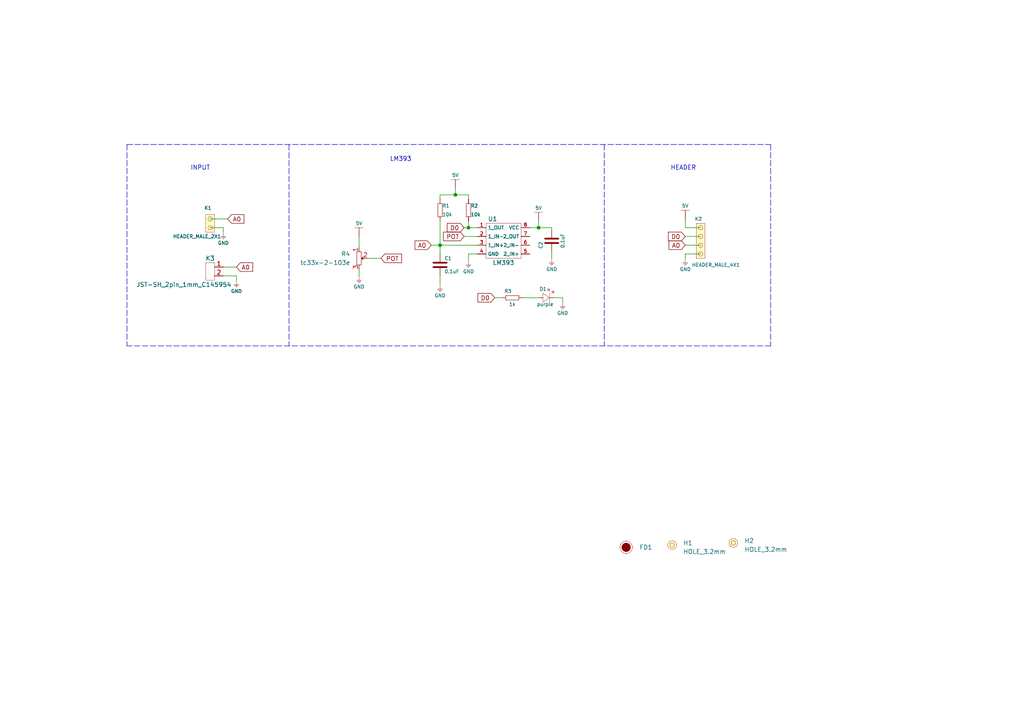
<source format=kicad_sch>
(kicad_sch (version 20210126) (generator eeschema)

  (paper "A4")

  (lib_symbols
    (symbol "e-radionica.com schematics:0402LED" (pin_numbers hide) (pin_names (offset 0.254) hide) (in_bom yes) (on_board yes)
      (property "Reference" "D" (id 0) (at -0.635 2.54 0)
        (effects (font (size 1 1)))
      )
      (property "Value" "0402LED" (id 1) (at 0 -2.54 0)
        (effects (font (size 1 1)))
      )
      (property "Footprint" "e-radionica.com footprinti:0402LED" (id 2) (at 0 5.08 0)
        (effects (font (size 1 1)) hide)
      )
      (property "Datasheet" "" (id 3) (at 0 0 0)
        (effects (font (size 1 1)) hide)
      )
      (property "Package" "0402" (id 4) (at 0 0 0)
        (effects (font (size 1.27 1.27)) hide)
      )
      (symbol "0402LED_0_1"
        (polyline
          (pts
            (xy -0.635 1.27)
            (xy -0.635 -1.27)
            (xy 1.27 0)
          )
          (stroke (width 0.0006)) (fill (type none))
        )
        (polyline
          (pts
            (xy -0.635 1.27)
            (xy 1.27 0)
          )
          (stroke (width 0.0006)) (fill (type none))
        )
        (polyline
          (pts
            (xy 1.27 1.27)
            (xy 1.27 -1.27)
          )
          (stroke (width 0.0006)) (fill (type none))
        )
        (polyline
          (pts
            (xy 0.635 1.905)
            (xy 1.27 2.54)
          )
          (stroke (width 0.0006)) (fill (type none))
        )
        (polyline
          (pts
            (xy 1.905 1.27)
            (xy 2.54 1.905)
          )
          (stroke (width 0.0006)) (fill (type none))
        )
        (polyline
          (pts
            (xy 2.54 1.905)
            (xy 1.905 1.905)
            (xy 2.54 1.27)
            (xy 2.54 1.905)
          )
          (stroke (width 0.0006)) (fill (type none))
        )
        (polyline
          (pts
            (xy 1.27 2.54)
            (xy 0.635 2.54)
            (xy 1.27 1.905)
            (xy 1.27 2.54)
          )
          (stroke (width 0.0006)) (fill (type none))
        )
      )
      (symbol "0402LED_1_1"
        (pin passive line (at -1.905 0 0) (length 1.27)
          (name "A" (effects (font (size 1.27 1.27))))
          (number "1" (effects (font (size 1.27 1.27))))
        )
        (pin passive line (at 2.54 0 180) (length 1.27)
          (name "K" (effects (font (size 1.27 1.27))))
          (number "2" (effects (font (size 1.27 1.27))))
        )
      )
    )
    (symbol "e-radionica.com schematics:0402R" (pin_numbers hide) (pin_names (offset 0.254)) (in_bom yes) (on_board yes)
      (property "Reference" "R" (id 0) (at -1.905 1.27 0)
        (effects (font (size 1 1)))
      )
      (property "Value" "0402R" (id 1) (at 0 -1.27 0)
        (effects (font (size 1 1)))
      )
      (property "Footprint" "e-radionica.com footprinti:0402R" (id 2) (at -2.54 1.905 0)
        (effects (font (size 1 1)) hide)
      )
      (property "Datasheet" "" (id 3) (at -2.54 1.905 0)
        (effects (font (size 1 1)) hide)
      )
      (symbol "0402R_0_1"
        (rectangle (start -1.905 0.635) (end -1.8796 -0.635)
          (stroke (width 0.1)) (fill (type none))
        )
        (rectangle (start -1.905 0.635) (end 1.905 0.6096)
          (stroke (width 0.1)) (fill (type none))
        )
        (rectangle (start -1.905 -0.635) (end 1.905 -0.6604)
          (stroke (width 0.1)) (fill (type none))
        )
        (rectangle (start 1.905 0.635) (end 1.9304 -0.635)
          (stroke (width 0.1)) (fill (type none))
        )
      )
      (symbol "0402R_1_1"
        (pin passive line (at -3.175 0 0) (length 1.27)
          (name "~" (effects (font (size 1.27 1.27))))
          (number "1" (effects (font (size 1.27 1.27))))
        )
        (pin passive line (at 3.175 0 180) (length 1.27)
          (name "~" (effects (font (size 1.27 1.27))))
          (number "2" (effects (font (size 1.27 1.27))))
        )
      )
    )
    (symbol "e-radionica.com schematics:0603C" (pin_numbers hide) (pin_names (offset 0.002)) (in_bom yes) (on_board yes)
      (property "Reference" "C" (id 0) (at -0.635 3.175 0)
        (effects (font (size 1 1)))
      )
      (property "Value" "0603C" (id 1) (at 0 -3.175 0)
        (effects (font (size 1 1)))
      )
      (property "Footprint" "e-radionica.com footprinti:0603C" (id 2) (at 0 0 0)
        (effects (font (size 1 1)) hide)
      )
      (property "Datasheet" "" (id 3) (at 0 0 0)
        (effects (font (size 1 1)) hide)
      )
      (symbol "0603C_0_1"
        (polyline
          (pts
            (xy -0.635 1.905)
            (xy -0.635 -1.905)
          )
          (stroke (width 0.5)) (fill (type none))
        )
        (polyline
          (pts
            (xy 0.635 1.905)
            (xy 0.635 -1.905)
          )
          (stroke (width 0.5)) (fill (type none))
        )
      )
      (symbol "0603C_1_1"
        (pin passive line (at 3.175 0 180) (length 2.54)
          (name "~" (effects (font (size 1.27 1.27))))
          (number "2" (effects (font (size 1.27 1.27))))
        )
        (pin passive line (at -3.175 0 0) (length 2.54)
          (name "~" (effects (font (size 1.27 1.27))))
          (number "1" (effects (font (size 1.27 1.27))))
        )
      )
    )
    (symbol "e-radionica.com schematics:0603R" (pin_numbers hide) (pin_names (offset 0.254)) (in_bom yes) (on_board yes)
      (property "Reference" "R" (id 0) (at -1.905 1.905 0)
        (effects (font (size 1 1)))
      )
      (property "Value" "0603R" (id 1) (at 0 -1.905 0)
        (effects (font (size 1 1)))
      )
      (property "Footprint" "e-radionica.com footprinti:0603R" (id 2) (at -0.635 1.905 0)
        (effects (font (size 1 1)) hide)
      )
      (property "Datasheet" "" (id 3) (at -0.635 1.905 0)
        (effects (font (size 1 1)) hide)
      )
      (symbol "0603R_0_1"
        (rectangle (start -1.905 0.635) (end -1.8796 -0.635)
          (stroke (width 0.1)) (fill (type none))
        )
        (rectangle (start -1.905 0.635) (end 1.905 0.6096)
          (stroke (width 0.1)) (fill (type none))
        )
        (rectangle (start -1.905 -0.635) (end 1.905 -0.6604)
          (stroke (width 0.1)) (fill (type none))
        )
        (rectangle (start 1.905 0.635) (end 1.9304 -0.635)
          (stroke (width 0.1)) (fill (type none))
        )
      )
      (symbol "0603R_1_1"
        (pin passive line (at -3.175 0 0) (length 1.27)
          (name "~" (effects (font (size 1.27 1.27))))
          (number "1" (effects (font (size 1.27 1.27))))
        )
        (pin passive line (at 3.175 0 180) (length 1.27)
          (name "~" (effects (font (size 1.27 1.27))))
          (number "2" (effects (font (size 1.27 1.27))))
        )
      )
    )
    (symbol "e-radionica.com schematics:5V" (power) (pin_names (offset 0)) (in_bom yes) (on_board yes)
      (property "Reference" "#PWR" (id 0) (at 4.445 0 0)
        (effects (font (size 1 1)) hide)
      )
      (property "Value" "5V" (id 1) (at 0 3.556 0)
        (effects (font (size 1 1)))
      )
      (property "Footprint" "" (id 2) (at 4.445 3.81 0)
        (effects (font (size 1 1)) hide)
      )
      (property "Datasheet" "" (id 3) (at 4.445 3.81 0)
        (effects (font (size 1 1)) hide)
      )
      (property "ki_keywords" "power-flag" (id 4) (at 0 0 0)
        (effects (font (size 1.27 1.27)) hide)
      )
      (property "ki_description" "Power symbol creates a global label with name \"+3V3\"" (id 5) (at 0 0 0)
        (effects (font (size 1.27 1.27)) hide)
      )
      (symbol "5V_0_1"
        (polyline
          (pts
            (xy 0 0)
            (xy 0 2.54)
          )
          (stroke (width 0)) (fill (type none))
        )
        (polyline
          (pts
            (xy -1.27 2.54)
            (xy 1.27 2.54)
          )
          (stroke (width 0.0006)) (fill (type none))
        )
      )
      (symbol "5V_1_1"
        (pin power_in line (at 0 0 90) (length 0) hide
          (name "5V" (effects (font (size 1.27 1.27))))
          (number "1" (effects (font (size 1.27 1.27))))
        )
      )
    )
    (symbol "e-radionica.com schematics:Fiducial_Stencil" (pin_numbers hide) (pin_names hide) (in_bom yes) (on_board yes)
      (property "Reference" "FD?" (id 0) (at 0 3.048 0)
        (effects (font (size 1.27 1.27)))
      )
      (property "Value" "Fiducial_Stencil" (id 1) (at 0 -2.794 0)
        (effects (font (size 1.27 1.27)) hide)
      )
      (property "Footprint" "e-radionica.com footprinti:FIDUCIAL_1MM_PASTE" (id 2) (at 0 -6.35 0)
        (effects (font (size 1.27 1.27)) hide)
      )
      (property "Datasheet" "" (id 3) (at 0 0 0)
        (effects (font (size 1.27 1.27)) hide)
      )
      (symbol "Fiducial_Stencil_0_1"
        (circle (center 0 0) (radius 1.7961) (stroke (width 0.0006)) (fill (type none)))
        (circle (center 0 0) (radius 1.27) (stroke (width 0.001)) (fill (type outline)))
        (polyline
          (pts
            (xy 1.778 0)
            (xy 2.032 0)
          )
          (stroke (width 0.0006)) (fill (type none))
        )
        (polyline
          (pts
            (xy 0 1.778)
            (xy 0 2.032)
          )
          (stroke (width 0.0006)) (fill (type none))
        )
        (polyline
          (pts
            (xy -1.778 0)
            (xy -2.032 0)
          )
          (stroke (width 0.0006)) (fill (type none))
        )
        (polyline
          (pts
            (xy 0 -1.778)
            (xy 0 -2.032)
          )
          (stroke (width 0.0006)) (fill (type none))
        )
      )
    )
    (symbol "e-radionica.com schematics:GND" (power) (pin_names (offset 0)) (in_bom yes) (on_board yes)
      (property "Reference" "#PWR" (id 0) (at 4.445 0 0)
        (effects (font (size 1 1)) hide)
      )
      (property "Value" "GND" (id 1) (at 0 -2.921 0)
        (effects (font (size 1 1)))
      )
      (property "Footprint" "" (id 2) (at 4.445 3.81 0)
        (effects (font (size 1 1)) hide)
      )
      (property "Datasheet" "" (id 3) (at 4.445 3.81 0)
        (effects (font (size 1 1)) hide)
      )
      (property "ki_keywords" "power-flag" (id 4) (at 0 0 0)
        (effects (font (size 1.27 1.27)) hide)
      )
      (property "ki_description" "Power symbol creates a global label with name \"+3V3\"" (id 5) (at 0 0 0)
        (effects (font (size 1.27 1.27)) hide)
      )
      (symbol "GND_0_1"
        (polyline
          (pts
            (xy 0 0)
            (xy 0 -1.27)
          )
          (stroke (width 0.0006)) (fill (type none))
        )
        (polyline
          (pts
            (xy -0.762 -1.27)
            (xy 0.762 -1.27)
          )
          (stroke (width 0.0006)) (fill (type none))
        )
        (polyline
          (pts
            (xy -0.381 -1.778)
            (xy 0.381 -1.778)
          )
          (stroke (width 0.0006)) (fill (type none))
        )
        (polyline
          (pts
            (xy -0.127 -2.032)
            (xy 0.127 -2.032)
          )
          (stroke (width 0.0006)) (fill (type none))
        )
        (polyline
          (pts
            (xy -0.635 -1.524)
            (xy 0.635 -1.524)
          )
          (stroke (width 0.0006)) (fill (type none))
        )
      )
      (symbol "GND_1_1"
        (pin power_in line (at 0 0 270) (length 0) hide
          (name "GND" (effects (font (size 1.27 1.27))))
          (number "1" (effects (font (size 1.27 1.27))))
        )
      )
    )
    (symbol "e-radionica.com schematics:HEADER_MALE_2X1" (pin_numbers hide) (pin_names hide) (in_bom yes) (on_board yes)
      (property "Reference" "K" (id 0) (at -1.27 5.08 0)
        (effects (font (size 1 1)))
      )
      (property "Value" "HEADER_MALE_2X1" (id 1) (at 0 -2.54 0)
        (effects (font (size 1 1)))
      )
      (property "Footprint" "e-radionica.com footprinti:HEADER_MALE_2X1" (id 2) (at 0 0 0)
        (effects (font (size 1 1)) hide)
      )
      (property "Datasheet" "" (id 3) (at 0 0 0)
        (effects (font (size 1 1)) hide)
      )
      (symbol "HEADER_MALE_2X1_0_1"
        (circle (center 0 2.54) (radius 0.635) (stroke (width 0.0006)) (fill (type none)))
        (circle (center 0 0) (radius 0.635) (stroke (width 0.0006)) (fill (type none)))
        (rectangle (start 1.27 -1.27) (end -1.27 3.81)
          (stroke (width 0.001)) (fill (type background))
        )
      )
      (symbol "HEADER_MALE_2X1_1_1"
        (pin passive line (at 0 0 180) (length 0)
          (name "~" (effects (font (size 1 1))))
          (number "1" (effects (font (size 1 1))))
        )
        (pin passive line (at 0 2.54 180) (length 0)
          (name "~" (effects (font (size 1 1))))
          (number "2" (effects (font (size 1 1))))
        )
      )
    )
    (symbol "e-radionica.com schematics:HEADER_MALE_4X1" (pin_numbers hide) (pin_names hide) (in_bom yes) (on_board yes)
      (property "Reference" "K" (id 0) (at -0.635 7.62 0)
        (effects (font (size 1 1)))
      )
      (property "Value" "HEADER_MALE_4X1" (id 1) (at 0 -5.08 0)
        (effects (font (size 1 1)))
      )
      (property "Footprint" "e-radionica.com footprinti:HEADER_MALE_4X1" (id 2) (at 0 -2.54 0)
        (effects (font (size 1 1)) hide)
      )
      (property "Datasheet" "" (id 3) (at 0 -2.54 0)
        (effects (font (size 1 1)) hide)
      )
      (symbol "HEADER_MALE_4X1_0_1"
        (circle (center 0 -2.54) (radius 0.635) (stroke (width 0.0006)) (fill (type none)))
        (circle (center 0 0) (radius 0.635) (stroke (width 0.0006)) (fill (type none)))
        (circle (center 0 2.54) (radius 0.635) (stroke (width 0.0006)) (fill (type none)))
        (circle (center 0 5.08) (radius 0.635) (stroke (width 0.0006)) (fill (type none)))
        (rectangle (start 1.27 -3.81) (end -1.27 6.35)
          (stroke (width 0.001)) (fill (type background))
        )
      )
      (symbol "HEADER_MALE_4X1_1_1"
        (pin passive line (at 0 -2.54 180) (length 0)
          (name "~" (effects (font (size 1 1))))
          (number "1" (effects (font (size 1 1))))
        )
        (pin passive line (at 0 0 180) (length 0)
          (name "~" (effects (font (size 1 1))))
          (number "2" (effects (font (size 1 1))))
        )
        (pin passive line (at 0 2.54 180) (length 0)
          (name "~" (effects (font (size 1 1))))
          (number "3" (effects (font (size 1 1))))
        )
        (pin passive line (at 0 5.08 180) (length 0)
          (name "~" (effects (font (size 1 1))))
          (number "4" (effects (font (size 1 1))))
        )
      )
    )
    (symbol "e-radionica.com schematics:HOLE_3.2mm" (pin_numbers hide) (pin_names hide) (in_bom yes) (on_board yes)
      (property "Reference" "H" (id 0) (at 0 2.54 0)
        (effects (font (size 1.27 1.27)))
      )
      (property "Value" "HOLE_3.2mm" (id 1) (at 0 -2.54 0)
        (effects (font (size 1.27 1.27)))
      )
      (property "Footprint" "e-radionica.com footprinti:HOLE_3.2mm" (id 2) (at 0 0 0)
        (effects (font (size 1.27 1.27)) hide)
      )
      (property "Datasheet" "" (id 3) (at 0 0 0)
        (effects (font (size 1.27 1.27)) hide)
      )
      (symbol "HOLE_3.2mm_0_1"
        (circle (center 0 0) (radius 1.27) (stroke (width 0.001)) (fill (type background)))
        (circle (center 0 0) (radius 0.635) (stroke (width 0.0006)) (fill (type none)))
      )
    )
    (symbol "e-radionica.com schematics:JST-SH_2pin_1mm_C145954" (in_bom yes) (on_board yes)
      (property "Reference" "K" (id 0) (at 0 5.715 0)
        (effects (font (size 1.27 1.27)))
      )
      (property "Value" "JST-SH_2pin_1mm_C145954" (id 1) (at 0 -3.81 0)
        (effects (font (size 1.27 1.27)))
      )
      (property "Footprint" "e-radionica.com footprinti:JST-SH_2pin_1mm_C145954" (id 2) (at 0 0 0)
        (effects (font (size 1.27 1.27)) hide)
      )
      (property "Datasheet" "" (id 3) (at 0 0 0)
        (effects (font (size 1.27 1.27)) hide)
      )
      (symbol "JST-SH_2pin_1mm_C145954_0_1"
        (rectangle (start 1.27 -2.54) (end -1.27 2.54)
          (stroke (width 0.0006)) (fill (type none))
        )
      )
      (symbol "JST-SH_2pin_1mm_C145954_1_1"
        (pin passive line (at 3.81 1.27 180) (length 2.54)
          (name "" (effects (font (size 1.27 1.27))))
          (number "1" (effects (font (size 1.27 1.27))))
        )
        (pin passive line (at 3.81 -1.27 180) (length 2.54)
          (name "" (effects (font (size 1.27 1.27))))
          (number "2" (effects (font (size 1.27 1.27))))
        )
      )
    )
    (symbol "e-radionica.com schematics:LM393" (in_bom yes) (on_board yes)
      (property "Reference" "U" (id 0) (at 0 6.35 0)
        (effects (font (size 1.27 1.27)))
      )
      (property "Value" "LM393" (id 1) (at 0 -6.35 0)
        (effects (font (size 1.27 1.27)))
      )
      (property "Footprint" "e-radionica.com footprinti:SOIC−8" (id 2) (at 3.81 -2.54 0)
        (effects (font (size 1.27 1.27)) hide)
      )
      (property "Datasheet" "" (id 3) (at 3.81 -2.54 0)
        (effects (font (size 1.27 1.27)) hide)
      )
      (symbol "LM393_0_1"
        (rectangle (start -5.08 5.08) (end 5.08 -5.08)
          (stroke (width 0.0006)) (fill (type none))
        )
      )
      (symbol "LM393_1_1"
        (pin input line (at -7.62 1.27 0) (length 2.54)
          (name "1_IN-" (effects (font (size 1 1))))
          (number "2" (effects (font (size 1 1))))
        )
        (pin power_in line (at -7.62 -1.27 0) (length 2.54)
          (name "1_IN+" (effects (font (size 1 1))))
          (number "3" (effects (font (size 1 1))))
        )
        (pin power_in line (at -7.62 3.81 0) (length 2.54)
          (name "1_OUT" (effects (font (size 1 1))))
          (number "1" (effects (font (size 1 1))))
        )
        (pin passive line (at -7.62 -3.81 0) (length 2.54)
          (name "GND" (effects (font (size 1 1))))
          (number "4" (effects (font (size 1 1))))
        )
        (pin power_in line (at 7.62 -3.81 180) (length 2.54)
          (name "2_IN+" (effects (font (size 1 1))))
          (number "5" (effects (font (size 1 1))))
        )
        (pin power_in line (at 7.62 -1.27 180) (length 2.54)
          (name "2_IN-" (effects (font (size 1 1))))
          (number "6" (effects (font (size 1 1))))
        )
        (pin power_out line (at 7.62 1.27 180) (length 2.54)
          (name "2_OUT" (effects (font (size 1 1))))
          (number "7" (effects (font (size 1 1))))
        )
        (pin power_in line (at 7.62 3.81 180) (length 2.54)
          (name "VCC" (effects (font (size 1 1))))
          (number "8" (effects (font (size 1 1))))
        )
      )
    )
    (symbol "e-radionica.com schematics:tc33x-2-103e" (in_bom yes) (on_board yes)
      (property "Reference" "R" (id 0) (at -1.778 3.302 0)
        (effects (font (size 1.27 1.27)))
      )
      (property "Value" "tc33x-2-103e" (id 1) (at 0 -2.54 0)
        (effects (font (size 1.27 1.27)))
      )
      (property "Footprint" "e-radionica.com footprinti:tc33x-2-103e" (id 2) (at 0 -5.08 0)
        (effects (font (size 1.27 1.27)) hide)
      )
      (property "Datasheet" "" (id 3) (at -0.0508 -0.0508 0)
        (effects (font (size 1.27 1.27)) hide)
      )
      (symbol "tc33x-2-103e_0_1"
        (rectangle (start -1.905 0.635) (end -1.8796 -0.635)
          (stroke (width 0.1)) (fill (type none))
        )
        (rectangle (start -1.905 0.635) (end 1.905 0.6096)
          (stroke (width 0.1)) (fill (type none))
        )
        (rectangle (start -1.905 -0.635) (end 1.905 -0.6604)
          (stroke (width 0.1)) (fill (type none))
        )
        (rectangle (start 1.905 0.635) (end 1.9304 -0.635)
          (stroke (width 0.1)) (fill (type none))
        )
        (polyline
          (pts
            (xy -0.4318 1.1684)
            (xy 0.4826 1.1684)
            (xy 0 0.635)
            (xy -0.4064 1.0922)
            (xy -0.4826 1.1684)
            (xy 0 0.7874)
            (xy 0.3048 1.1176)
            (xy -0.254 1.0668)
            (xy 0.0254 0.8636)
            (xy 0.0762 1.0414)
            (xy -0.0254 0.9652)
          )
          (stroke (width 0.0006)) (fill (type none))
        )
      )
      (symbol "tc33x-2-103e_1_1"
        (pin passive line (at -3.175 0 0) (length 1.27)
          (name "~" (effects (font (size 1.27 1.27))))
          (number "1" (effects (font (size 1.27 1.27))))
        )
        (pin passive line (at 3.175 0.0002 180) (length 1.27)
          (name "~" (effects (font (size 1.27 1.27))))
          (number "3" (effects (font (size 1.27 1.27))))
        )
        (pin passive line (at 0 2.4892 270) (length 1.27)
          (name "" (effects (font (size 1.27 1.27))))
          (number "2" (effects (font (size 1.27 1.27))))
        )
      )
    )
  )

  (junction (at 127.635 71.12) (diameter 0.9144) (color 0 0 0 0))
  (junction (at 132.08 56.515) (diameter 0.9144) (color 0 0 0 0))
  (junction (at 135.89 66.04) (diameter 0.9144) (color 0 0 0 0))
  (junction (at 156.21 66.04) (diameter 0.9144) (color 0 0 0 0))

  (wire (pts (xy 60.96 63.5) (xy 66.04 63.5))
    (stroke (width 0) (type solid) (color 0 0 0 0))
    (uuid 88654dfe-2970-45ff-94ca-05738165be23)
  )
  (wire (pts (xy 60.96 66.04) (xy 64.77 66.04))
    (stroke (width 0) (type solid) (color 0 0 0 0))
    (uuid 76784cec-9597-4619-b363-5d25c31f3565)
  )
  (wire (pts (xy 64.77 66.04) (xy 64.77 67.31))
    (stroke (width 0) (type solid) (color 0 0 0 0))
    (uuid 76784cec-9597-4619-b363-5d25c31f3565)
  )
  (wire (pts (xy 64.77 77.47) (xy 68.58 77.47))
    (stroke (width 0) (type solid) (color 0 0 0 0))
    (uuid 7f0bb07d-1e87-4a35-8ed1-e34334fc98b3)
  )
  (wire (pts (xy 64.77 80.01) (xy 68.58 80.01))
    (stroke (width 0) (type solid) (color 0 0 0 0))
    (uuid b3fdd0d2-1fd3-42eb-9a99-f4a2f5856d6b)
  )
  (wire (pts (xy 68.58 80.01) (xy 68.58 81.28))
    (stroke (width 0) (type solid) (color 0 0 0 0))
    (uuid b3fdd0d2-1fd3-42eb-9a99-f4a2f5856d6b)
  )
  (wire (pts (xy 104.14 68.58) (xy 104.14 71.755))
    (stroke (width 0) (type solid) (color 0 0 0 0))
    (uuid 806a9fdb-537f-4ec6-895d-d43506ce58f5)
  )
  (wire (pts (xy 104.14 80.01) (xy 104.1402 80.01))
    (stroke (width 0) (type solid) (color 0 0 0 0))
    (uuid 81e70816-839f-488a-b66a-1a390886f7d5)
  )
  (wire (pts (xy 104.1402 78.105) (xy 104.1402 80.01))
    (stroke (width 0) (type solid) (color 0 0 0 0))
    (uuid 81e70816-839f-488a-b66a-1a390886f7d5)
  )
  (wire (pts (xy 106.6292 74.93) (xy 110.49 74.93))
    (stroke (width 0) (type solid) (color 0 0 0 0))
    (uuid f3e1cbf8-7a16-4b55-b3da-de8bee336c03)
  )
  (wire (pts (xy 125.095 71.12) (xy 127.635 71.12))
    (stroke (width 0) (type solid) (color 0 0 0 0))
    (uuid 8b14464c-d533-4699-b557-85f26f2073d2)
  )
  (wire (pts (xy 127.635 56.515) (xy 132.08 56.515))
    (stroke (width 0) (type solid) (color 0 0 0 0))
    (uuid 28692c11-b406-4f36-aeac-8f87892d3515)
  )
  (wire (pts (xy 127.635 57.785) (xy 127.635 56.515))
    (stroke (width 0) (type solid) (color 0 0 0 0))
    (uuid 77055f45-a0c0-4db7-abbd-8b7e7c2d01e0)
  )
  (wire (pts (xy 127.635 64.135) (xy 127.635 71.12))
    (stroke (width 0) (type solid) (color 0 0 0 0))
    (uuid b13e4a44-2b19-4029-8045-65e0dbe4c25b)
  )
  (wire (pts (xy 127.635 71.12) (xy 127.635 73.66))
    (stroke (width 0) (type solid) (color 0 0 0 0))
    (uuid 07d38bde-631d-429f-be2f-8c725495a05d)
  )
  (wire (pts (xy 127.635 71.12) (xy 138.43 71.12))
    (stroke (width 0) (type solid) (color 0 0 0 0))
    (uuid 67187146-e7ad-442f-8a6f-a894af6c6b11)
  )
  (wire (pts (xy 127.635 80.01) (xy 127.635 82.55))
    (stroke (width 0) (type solid) (color 0 0 0 0))
    (uuid eed3654a-435a-4c65-b05c-a292094d4506)
  )
  (wire (pts (xy 132.08 56.515) (xy 132.08 54.61))
    (stroke (width 0) (type solid) (color 0 0 0 0))
    (uuid 28692c11-b406-4f36-aeac-8f87892d3515)
  )
  (wire (pts (xy 132.08 56.515) (xy 135.89 56.515))
    (stroke (width 0) (type solid) (color 0 0 0 0))
    (uuid 94b80b5a-4272-4dd6-b709-10ce558f88c9)
  )
  (wire (pts (xy 134.62 66.04) (xy 135.89 66.04))
    (stroke (width 0) (type solid) (color 0 0 0 0))
    (uuid 3f9b912e-059c-456b-981a-dd324dd6eb0b)
  )
  (wire (pts (xy 134.62 68.58) (xy 138.43 68.58))
    (stroke (width 0) (type solid) (color 0 0 0 0))
    (uuid d5e4e989-3056-4016-9269-2cf18299ef0e)
  )
  (wire (pts (xy 135.89 56.515) (xy 135.89 57.785))
    (stroke (width 0) (type solid) (color 0 0 0 0))
    (uuid 77055f45-a0c0-4db7-abbd-8b7e7c2d01e0)
  )
  (wire (pts (xy 135.89 64.135) (xy 135.89 66.04))
    (stroke (width 0) (type solid) (color 0 0 0 0))
    (uuid 5d52f0b1-5a0c-4a9b-8c35-508a809da77f)
  )
  (wire (pts (xy 135.89 66.04) (xy 138.43 66.04))
    (stroke (width 0) (type solid) (color 0 0 0 0))
    (uuid a076e77d-6e6f-403f-9712-3f890d8b920a)
  )
  (wire (pts (xy 135.89 73.66) (xy 135.89 75.565))
    (stroke (width 0) (type solid) (color 0 0 0 0))
    (uuid 233d3b45-2cad-4209-b9c5-bbf355f7cf40)
  )
  (wire (pts (xy 138.43 73.66) (xy 135.89 73.66))
    (stroke (width 0) (type solid) (color 0 0 0 0))
    (uuid 233d3b45-2cad-4209-b9c5-bbf355f7cf40)
  )
  (wire (pts (xy 143.51 86.36) (xy 145.415 86.36))
    (stroke (width 0) (type solid) (color 0 0 0 0))
    (uuid 25d277b8-b1e7-4db7-a060-e554d026b6e3)
  )
  (wire (pts (xy 151.765 86.36) (xy 156.21 86.36))
    (stroke (width 0) (type solid) (color 0 0 0 0))
    (uuid 1d892f90-bc58-4e7a-a75d-09bfb0c93d55)
  )
  (wire (pts (xy 153.67 66.04) (xy 156.21 66.04))
    (stroke (width 0) (type solid) (color 0 0 0 0))
    (uuid cb95eb72-6361-42cb-9232-2a82cec42b3f)
  )
  (wire (pts (xy 156.21 66.04) (xy 156.21 64.135))
    (stroke (width 0) (type solid) (color 0 0 0 0))
    (uuid cb95eb72-6361-42cb-9232-2a82cec42b3f)
  )
  (wire (pts (xy 160.02 66.04) (xy 156.21 66.04))
    (stroke (width 0) (type solid) (color 0 0 0 0))
    (uuid f97024bb-ac5d-4856-bd83-d11e1e0293de)
  )
  (wire (pts (xy 160.02 66.675) (xy 160.02 66.04))
    (stroke (width 0) (type solid) (color 0 0 0 0))
    (uuid f97024bb-ac5d-4856-bd83-d11e1e0293de)
  )
  (wire (pts (xy 160.02 73.025) (xy 160.02 74.93))
    (stroke (width 0) (type solid) (color 0 0 0 0))
    (uuid 501c1a0d-44d3-4876-9cb5-dcbb6abcbcb8)
  )
  (wire (pts (xy 160.655 86.36) (xy 163.195 86.36))
    (stroke (width 0) (type solid) (color 0 0 0 0))
    (uuid 5d4c458e-9ed6-4777-93cb-e9ba8ea483c8)
  )
  (wire (pts (xy 163.195 86.36) (xy 163.195 87.63))
    (stroke (width 0) (type solid) (color 0 0 0 0))
    (uuid 5d4c458e-9ed6-4777-93cb-e9ba8ea483c8)
  )
  (wire (pts (xy 198.755 66.04) (xy 198.755 63.5))
    (stroke (width 0) (type solid) (color 0 0 0 0))
    (uuid debad1d8-6394-49ac-938f-759811741421)
  )
  (wire (pts (xy 198.755 68.58) (xy 203.2 68.58))
    (stroke (width 0) (type solid) (color 0 0 0 0))
    (uuid c82e0e45-3fbc-472d-a111-3eb5aaee77c9)
  )
  (wire (pts (xy 198.755 71.12) (xy 203.2 71.12))
    (stroke (width 0) (type solid) (color 0 0 0 0))
    (uuid 9ce10eb0-050c-4ddc-88ab-0f940d688a57)
  )
  (wire (pts (xy 198.755 73.66) (xy 198.755 74.93))
    (stroke (width 0) (type solid) (color 0 0 0 0))
    (uuid ac39c2c7-5627-4fa4-a711-d743e038e139)
  )
  (wire (pts (xy 203.2 66.04) (xy 198.755 66.04))
    (stroke (width 0) (type solid) (color 0 0 0 0))
    (uuid debad1d8-6394-49ac-938f-759811741421)
  )
  (wire (pts (xy 203.2 73.66) (xy 198.755 73.66))
    (stroke (width 0) (type solid) (color 0 0 0 0))
    (uuid ac39c2c7-5627-4fa4-a711-d743e038e139)
  )
  (polyline (pts (xy 36.83 41.91) (xy 36.83 100.33))
    (stroke (width 0) (type dash) (color 0 0 0 0))
    (uuid 89d8203e-015b-4c1f-b63b-86db4bbe5fab)
  )
  (polyline (pts (xy 36.83 41.91) (xy 223.52 41.91))
    (stroke (width 0) (type dash) (color 0 0 0 0))
    (uuid 89d8203e-015b-4c1f-b63b-86db4bbe5fab)
  )
  (polyline (pts (xy 83.82 41.91) (xy 83.82 100.33))
    (stroke (width 0) (type dash) (color 0 0 0 0))
    (uuid 39859ae8-4a88-4573-a609-0d0cf49f131c)
  )
  (polyline (pts (xy 175.26 41.91) (xy 175.26 100.33))
    (stroke (width 0) (type dash) (color 0 0 0 0))
    (uuid 362d763b-f17b-41e0-b336-1811a5f44255)
  )
  (polyline (pts (xy 223.52 41.91) (xy 223.52 100.33))
    (stroke (width 0) (type dash) (color 0 0 0 0))
    (uuid 89d8203e-015b-4c1f-b63b-86db4bbe5fab)
  )
  (polyline (pts (xy 223.52 100.33) (xy 36.83 100.33))
    (stroke (width 0) (type dash) (color 0 0 0 0))
    (uuid 89d8203e-015b-4c1f-b63b-86db4bbe5fab)
  )

  (text "INPUT" (at 60.96 49.53 180)
    (effects (font (size 1.27 1.27)) (justify right bottom))
    (uuid 708b6bc0-ccb8-45cc-bccf-2ba6b75ef779)
  )
  (text "LM393" (at 119.38 46.99 180)
    (effects (font (size 1.27 1.27)) (justify right bottom))
    (uuid 6d47bb28-ded9-4446-af7c-174ea72b72b1)
  )
  (text "HEADER" (at 201.93 49.53 180)
    (effects (font (size 1.27 1.27)) (justify right bottom))
    (uuid 28ea94d6-4e44-496a-9e9e-87dde34702bd)
  )

  (global_label "A0" (shape input) (at 66.04 63.5 0)
    (effects (font (size 1.27 1.27)) (justify left))
    (uuid dcf1e4dc-6855-4feb-bd94-c97fc57a37b4)
    (property "Intersheet References" "${INTERSHEET_REFS}" (id 0) (at 72.2752 63.4206 0)
      (effects (font (size 1.27 1.27)) (justify left) hide)
    )
  )
  (global_label "A0" (shape input) (at 68.58 77.47 0)
    (effects (font (size 1.27 1.27)) (justify left))
    (uuid f5eb4b12-7323-4e48-af82-1f435a74f995)
    (property "Intersheet References" "${INTERSHEET_REFS}" (id 0) (at 74.8152 77.3906 0)
      (effects (font (size 1.27 1.27)) (justify left) hide)
    )
  )
  (global_label "POT" (shape input) (at 110.49 74.93 0)
    (effects (font (size 1.27 1.27)) (justify left))
    (uuid d0295595-1b5f-457c-936e-e37e4e8b6ed9)
    (property "Intersheet References" "${INTERSHEET_REFS}" (id 0) (at 117.9952 74.8506 0)
      (effects (font (size 1.27 1.27)) (justify left) hide)
    )
  )
  (global_label "A0" (shape input) (at 125.095 71.12 180)
    (effects (font (size 1.27 1.27)) (justify right))
    (uuid 9f16ba21-dce6-45f9-a7f7-763001f494f6)
    (property "Intersheet References" "${INTERSHEET_REFS}" (id 0) (at 118.8598 71.0406 0)
      (effects (font (size 1.27 1.27)) (justify right) hide)
    )
  )
  (global_label "D0" (shape input) (at 134.62 66.04 180)
    (effects (font (size 1.27 1.27)) (justify right))
    (uuid 6323c043-29d3-4101-bc04-2fc46bdb005b)
    (property "Intersheet References" "${INTERSHEET_REFS}" (id 0) (at 128.2034 66.1194 0)
      (effects (font (size 1.27 1.27)) (justify right) hide)
    )
  )
  (global_label "POT" (shape input) (at 134.62 68.58 180)
    (effects (font (size 1.27 1.27)) (justify right))
    (uuid 77f49803-6723-4154-b3c5-e4a001b40c1c)
    (property "Intersheet References" "${INTERSHEET_REFS}" (id 0) (at 127.1148 68.5006 0)
      (effects (font (size 1.27 1.27)) (justify right) hide)
    )
  )
  (global_label "D0" (shape input) (at 143.51 86.36 180)
    (effects (font (size 1.27 1.27)) (justify right))
    (uuid 3f33c2b9-e8ea-4a53-aba8-fbc11335dd39)
    (property "Intersheet References" "${INTERSHEET_REFS}" (id 0) (at 137.0934 86.2806 0)
      (effects (font (size 1.27 1.27)) (justify right) hide)
    )
  )
  (global_label "D0" (shape input) (at 198.755 68.58 180)
    (effects (font (size 1.27 1.27)) (justify right))
    (uuid c6af9f6e-a5c2-46b6-bf18-123edc39fb88)
    (property "Intersheet References" "${INTERSHEET_REFS}" (id 0) (at 192.3384 68.5006 0)
      (effects (font (size 1.27 1.27)) (justify right) hide)
    )
  )
  (global_label "A0" (shape input) (at 198.755 71.12 180)
    (effects (font (size 1.27 1.27)) (justify right))
    (uuid 601ab264-037e-4376-ae9d-89fad1e79293)
    (property "Intersheet References" "${INTERSHEET_REFS}" (id 0) (at 192.5198 71.0406 0)
      (effects (font (size 1.27 1.27)) (justify right) hide)
    )
  )

  (symbol (lib_id "e-radionica.com schematics:GND") (at 64.77 67.31 0) (unit 1)
    (in_bom yes) (on_board yes)
    (uuid cac32298-bb31-40c0-9cf1-a754044132d3)
    (property "Reference" "#PWR02" (id 0) (at 69.215 67.31 0)
      (effects (font (size 1 1)) hide)
    )
    (property "Value" "GND" (id 1) (at 64.77 70.485 0)
      (effects (font (size 1 1)))
    )
    (property "Footprint" "" (id 2) (at 69.215 63.5 0)
      (effects (font (size 1 1)) hide)
    )
    (property "Datasheet" "" (id 3) (at 69.215 63.5 0)
      (effects (font (size 1 1)) hide)
    )
    (pin "1" (uuid 1674149b-52b7-45c7-b414-3e19bb9557c5))
  )

  (symbol (lib_id "e-radionica.com schematics:GND") (at 68.58 81.28 0) (unit 1)
    (in_bom yes) (on_board yes)
    (uuid 2a29e4c4-61ff-493f-b51b-b0b03011ccc6)
    (property "Reference" "#PWR01" (id 0) (at 73.025 81.28 0)
      (effects (font (size 1 1)) hide)
    )
    (property "Value" "GND" (id 1) (at 68.58 84.455 0)
      (effects (font (size 1 1)))
    )
    (property "Footprint" "" (id 2) (at 73.025 77.47 0)
      (effects (font (size 1 1)) hide)
    )
    (property "Datasheet" "" (id 3) (at 73.025 77.47 0)
      (effects (font (size 1 1)) hide)
    )
    (pin "1" (uuid 1674149b-52b7-45c7-b414-3e19bb9557c5))
  )

  (symbol (lib_id "e-radionica.com schematics:GND") (at 104.14 80.01 0) (unit 1)
    (in_bom yes) (on_board yes)
    (uuid 220ba14f-1ee9-4d13-80cd-e4c942c438ca)
    (property "Reference" "#PWR05" (id 0) (at 108.585 80.01 0)
      (effects (font (size 1 1)) hide)
    )
    (property "Value" "GND" (id 1) (at 104.14 83.185 0)
      (effects (font (size 1 1)))
    )
    (property "Footprint" "" (id 2) (at 108.585 76.2 0)
      (effects (font (size 1 1)) hide)
    )
    (property "Datasheet" "" (id 3) (at 108.585 76.2 0)
      (effects (font (size 1 1)) hide)
    )
    (pin "1" (uuid 1674149b-52b7-45c7-b414-3e19bb9557c5))
  )

  (symbol (lib_id "e-radionica.com schematics:GND") (at 127.635 82.55 0) (unit 1)
    (in_bom yes) (on_board yes)
    (uuid 774da3ff-061f-49ee-bd6a-daa348a34db9)
    (property "Reference" "#PWR06" (id 0) (at 132.08 82.55 0)
      (effects (font (size 1 1)) hide)
    )
    (property "Value" "GND" (id 1) (at 127.635 85.725 0)
      (effects (font (size 1 1)))
    )
    (property "Footprint" "" (id 2) (at 132.08 78.74 0)
      (effects (font (size 1 1)) hide)
    )
    (property "Datasheet" "" (id 3) (at 132.08 78.74 0)
      (effects (font (size 1 1)) hide)
    )
    (pin "1" (uuid 1674149b-52b7-45c7-b414-3e19bb9557c5))
  )

  (symbol (lib_id "e-radionica.com schematics:GND") (at 135.89 75.565 0) (unit 1)
    (in_bom yes) (on_board yes)
    (uuid 9e7774da-187e-4dc2-a0d7-55b7ce9fdfe8)
    (property "Reference" "#PWR08" (id 0) (at 140.335 75.565 0)
      (effects (font (size 1 1)) hide)
    )
    (property "Value" "GND" (id 1) (at 135.89 78.74 0)
      (effects (font (size 1 1)))
    )
    (property "Footprint" "" (id 2) (at 140.335 71.755 0)
      (effects (font (size 1 1)) hide)
    )
    (property "Datasheet" "" (id 3) (at 140.335 71.755 0)
      (effects (font (size 1 1)) hide)
    )
    (pin "1" (uuid 1674149b-52b7-45c7-b414-3e19bb9557c5))
  )

  (symbol (lib_id "e-radionica.com schematics:GND") (at 160.02 74.93 0) (unit 1)
    (in_bom yes) (on_board yes)
    (uuid 3d2a131b-6d0b-45bc-afc2-4b76154b78b3)
    (property "Reference" "#PWR010" (id 0) (at 164.465 74.93 0)
      (effects (font (size 1 1)) hide)
    )
    (property "Value" "GND" (id 1) (at 160.02 78.105 0)
      (effects (font (size 1 1)))
    )
    (property "Footprint" "" (id 2) (at 164.465 71.12 0)
      (effects (font (size 1 1)) hide)
    )
    (property "Datasheet" "" (id 3) (at 164.465 71.12 0)
      (effects (font (size 1 1)) hide)
    )
    (pin "1" (uuid 1674149b-52b7-45c7-b414-3e19bb9557c5))
  )

  (symbol (lib_id "e-radionica.com schematics:GND") (at 163.195 87.63 0) (unit 1)
    (in_bom yes) (on_board yes)
    (uuid e36400dd-5470-477f-a80c-c945286be895)
    (property "Reference" "#PWR011" (id 0) (at 167.64 87.63 0)
      (effects (font (size 1 1)) hide)
    )
    (property "Value" "GND" (id 1) (at 163.195 90.805 0)
      (effects (font (size 1 1)))
    )
    (property "Footprint" "" (id 2) (at 167.64 83.82 0)
      (effects (font (size 1 1)) hide)
    )
    (property "Datasheet" "" (id 3) (at 167.64 83.82 0)
      (effects (font (size 1 1)) hide)
    )
    (pin "1" (uuid 1674149b-52b7-45c7-b414-3e19bb9557c5))
  )

  (symbol (lib_id "e-radionica.com schematics:GND") (at 198.755 74.93 0) (unit 1)
    (in_bom yes) (on_board yes)
    (uuid 947e468b-5605-48b8-9569-d5c9d0b003be)
    (property "Reference" "#PWR013" (id 0) (at 203.2 74.93 0)
      (effects (font (size 1 1)) hide)
    )
    (property "Value" "GND" (id 1) (at 198.755 78.105 0)
      (effects (font (size 1 1)))
    )
    (property "Footprint" "" (id 2) (at 203.2 71.12 0)
      (effects (font (size 1 1)) hide)
    )
    (property "Datasheet" "" (id 3) (at 203.2 71.12 0)
      (effects (font (size 1 1)) hide)
    )
    (pin "1" (uuid 1674149b-52b7-45c7-b414-3e19bb9557c5))
  )

  (symbol (lib_id "e-radionica.com schematics:HOLE_3.2mm") (at 194.945 158.115 0) (unit 1)
    (in_bom yes) (on_board yes)
    (uuid 491b92a2-6d00-483b-a610-568905290c42)
    (property "Reference" "H1" (id 0) (at 198.12 157.48 0)
      (effects (font (size 1.27 1.27)) (justify left))
    )
    (property "Value" "HOLE_3.2mm" (id 1) (at 198.12 160.02 0)
      (effects (font (size 1.27 1.27)) (justify left))
    )
    (property "Footprint" "e-radionica.com footprinti:HOLE_3.2mm" (id 2) (at 194.945 158.115 0)
      (effects (font (size 1.27 1.27)) hide)
    )
    (property "Datasheet" "" (id 3) (at 194.945 158.115 0)
      (effects (font (size 1.27 1.27)) hide)
    )
  )

  (symbol (lib_id "e-radionica.com schematics:HOLE_3.2mm") (at 212.725 157.48 0) (unit 1)
    (in_bom yes) (on_board yes)
    (uuid a230c086-64d7-4c0a-850a-47d0f3c839f9)
    (property "Reference" "H2" (id 0) (at 215.9 156.845 0)
      (effects (font (size 1.27 1.27)) (justify left))
    )
    (property "Value" "HOLE_3.2mm" (id 1) (at 215.9 159.385 0)
      (effects (font (size 1.27 1.27)) (justify left))
    )
    (property "Footprint" "e-radionica.com footprinti:HOLE_3.2mm" (id 2) (at 212.725 157.48 0)
      (effects (font (size 1.27 1.27)) hide)
    )
    (property "Datasheet" "" (id 3) (at 212.725 157.48 0)
      (effects (font (size 1.27 1.27)) hide)
    )
  )

  (symbol (lib_id "e-radionica.com schematics:5V") (at 104.14 68.58 0) (unit 1)
    (in_bom yes) (on_board yes)
    (uuid 22360797-fceb-4368-9abd-0395a907e7b8)
    (property "Reference" "#PWR04" (id 0) (at 108.585 68.58 0)
      (effects (font (size 1 1)) hide)
    )
    (property "Value" "5V" (id 1) (at 104.14 64.77 0)
      (effects (font (size 1 1)))
    )
    (property "Footprint" "" (id 2) (at 108.585 64.77 0)
      (effects (font (size 1 1)) hide)
    )
    (property "Datasheet" "" (id 3) (at 108.585 64.77 0)
      (effects (font (size 1 1)) hide)
    )
    (pin "1" (uuid 339244a2-34e9-48a9-a2c4-1556fa4b4a7d))
  )

  (symbol (lib_id "e-radionica.com schematics:5V") (at 132.08 54.61 0) (unit 1)
    (in_bom yes) (on_board yes)
    (uuid bbe98b77-ae1a-4392-b28b-a0634c9f968e)
    (property "Reference" "#PWR07" (id 0) (at 136.525 54.61 0)
      (effects (font (size 1 1)) hide)
    )
    (property "Value" "5V" (id 1) (at 132.08 50.8 0)
      (effects (font (size 1 1)))
    )
    (property "Footprint" "" (id 2) (at 136.525 50.8 0)
      (effects (font (size 1 1)) hide)
    )
    (property "Datasheet" "" (id 3) (at 136.525 50.8 0)
      (effects (font (size 1 1)) hide)
    )
    (pin "1" (uuid 339244a2-34e9-48a9-a2c4-1556fa4b4a7d))
  )

  (symbol (lib_id "e-radionica.com schematics:5V") (at 156.21 64.135 0) (unit 1)
    (in_bom yes) (on_board yes)
    (uuid e7eb91b6-6398-48e4-a5cd-4ca337bca28a)
    (property "Reference" "#PWR09" (id 0) (at 160.655 64.135 0)
      (effects (font (size 1 1)) hide)
    )
    (property "Value" "5V" (id 1) (at 156.21 60.325 0)
      (effects (font (size 1 1)))
    )
    (property "Footprint" "" (id 2) (at 160.655 60.325 0)
      (effects (font (size 1 1)) hide)
    )
    (property "Datasheet" "" (id 3) (at 160.655 60.325 0)
      (effects (font (size 1 1)) hide)
    )
    (pin "1" (uuid 339244a2-34e9-48a9-a2c4-1556fa4b4a7d))
  )

  (symbol (lib_id "e-radionica.com schematics:5V") (at 198.755 63.5 0) (unit 1)
    (in_bom yes) (on_board yes)
    (uuid b951739d-1e16-4122-9d33-7cf6a73b4974)
    (property "Reference" "#PWR012" (id 0) (at 203.2 63.5 0)
      (effects (font (size 1 1)) hide)
    )
    (property "Value" "5V" (id 1) (at 198.755 59.69 0)
      (effects (font (size 1 1)))
    )
    (property "Footprint" "" (id 2) (at 203.2 59.69 0)
      (effects (font (size 1 1)) hide)
    )
    (property "Datasheet" "" (id 3) (at 203.2 59.69 0)
      (effects (font (size 1 1)) hide)
    )
    (pin "1" (uuid 339244a2-34e9-48a9-a2c4-1556fa4b4a7d))
  )

  (symbol (lib_id "e-radionica.com schematics:0603R") (at 127.635 60.96 90) (unit 1)
    (in_bom yes) (on_board yes)
    (uuid 7326e7f5-6797-4c89-ab13-3dc8514d77a0)
    (property "Reference" "R1" (id 0) (at 128.27 59.69 90)
      (effects (font (size 1 1)) (justify right))
    )
    (property "Value" "10k" (id 1) (at 128.27 62.23 90)
      (effects (font (size 1 1)) (justify right))
    )
    (property "Footprint" "e-radionica.com footprinti:0603R" (id 2) (at 125.73 61.595 0)
      (effects (font (size 1 1)) hide)
    )
    (property "Datasheet" "" (id 3) (at 125.73 61.595 0)
      (effects (font (size 1 1)) hide)
    )
    (pin "1" (uuid ac59e436-ce08-4f9f-be8d-e907e82bd897))
    (pin "2" (uuid 897ae6e7-e1c5-4b9e-80a5-1a7cf1cb45f4))
  )

  (symbol (lib_id "e-radionica.com schematics:0603R") (at 135.89 60.96 90) (unit 1)
    (in_bom yes) (on_board yes)
    (uuid 60949742-d900-466f-9d2e-c0ea37d7f8f7)
    (property "Reference" "R2" (id 0) (at 136.525 59.69 90)
      (effects (font (size 1 1)) (justify right))
    )
    (property "Value" "10k" (id 1) (at 136.525 62.23 90)
      (effects (font (size 1 1)) (justify right))
    )
    (property "Footprint" "e-radionica.com footprinti:0603R" (id 2) (at 133.985 61.595 0)
      (effects (font (size 1 1)) hide)
    )
    (property "Datasheet" "" (id 3) (at 133.985 61.595 0)
      (effects (font (size 1 1)) hide)
    )
    (pin "1" (uuid c040bf72-fb93-41e5-84db-d44dfd5f5d45))
    (pin "2" (uuid 99f29871-35bc-4c62-9dff-c0cc456a3881))
  )

  (symbol (lib_id "e-radionica.com schematics:0402R") (at 148.59 86.36 0) (unit 1)
    (in_bom yes) (on_board yes)
    (uuid 67639bcd-4748-4f3a-a476-5e762d0a12df)
    (property "Reference" "R3" (id 0) (at 147.32 84.455 0)
      (effects (font (size 1 1)))
    )
    (property "Value" "1k" (id 1) (at 148.59 88.265 0)
      (effects (font (size 1 1)))
    )
    (property "Footprint" "e-radionica.com footprinti:0402R" (id 2) (at 146.05 84.455 0)
      (effects (font (size 1 1)) hide)
    )
    (property "Datasheet" "" (id 3) (at 146.05 84.455 0)
      (effects (font (size 1 1)) hide)
    )
    (pin "1" (uuid d0d12dba-1085-4ae0-b015-dd6220cce864))
    (pin "2" (uuid 58f23848-bf34-47ec-820d-2348eade1830))
  )

  (symbol (lib_id "e-radionica.com schematics:HEADER_MALE_2X1") (at 60.96 66.04 0) (unit 1)
    (in_bom yes) (on_board yes)
    (uuid b15d5f73-b037-4d93-857a-e8b03fdc9fae)
    (property "Reference" "K1" (id 0) (at 60.325 60.325 0)
      (effects (font (size 1 1)))
    )
    (property "Value" "HEADER_MALE_2X1" (id 1) (at 57.15 68.58 0)
      (effects (font (size 1 1)))
    )
    (property "Footprint" "e-radionica.com footprinti:HEADER_MALE_2X1" (id 2) (at 60.96 66.04 0)
      (effects (font (size 1 1)) hide)
    )
    (property "Datasheet" "" (id 3) (at 60.96 66.04 0)
      (effects (font (size 1 1)) hide)
    )
    (pin "1" (uuid dff0b7e7-25c8-4d0c-8bb7-aaf413d644e9))
    (pin "2" (uuid 4a482a48-e2e5-44bb-a499-67a3a63dc437))
  )

  (symbol (lib_id "e-radionica.com schematics:Fiducial_Stencil") (at 181.61 158.75 0) (unit 1)
    (in_bom yes) (on_board yes)
    (uuid 39a70648-f8f3-47a9-a7bc-c89df7f69473)
    (property "Reference" "FD1" (id 0) (at 185.42 158.75 0)
      (effects (font (size 1.27 1.27)) (justify left))
    )
    (property "Value" "Fiducial_Stencil" (id 1) (at 181.61 161.544 0)
      (effects (font (size 1.27 1.27)) hide)
    )
    (property "Footprint" "e-radionica.com footprinti:FIDUCIAL_1MM_PASTE" (id 2) (at 181.61 165.1 0)
      (effects (font (size 1.27 1.27)) hide)
    )
    (property "Datasheet" "" (id 3) (at 181.61 158.75 0)
      (effects (font (size 1.27 1.27)) hide)
    )
  )

  (symbol (lib_id "e-radionica.com schematics:0402LED") (at 158.115 86.36 0) (unit 1)
    (in_bom yes) (on_board yes)
    (uuid a2e2b9e6-67d8-4cc9-9685-8c235d21507a)
    (property "Reference" "D1" (id 0) (at 157.48 83.82 0)
      (effects (font (size 1 1)))
    )
    (property "Value" "purple" (id 1) (at 158.115 88.265 0)
      (effects (font (size 1 1)))
    )
    (property "Footprint" "e-radionica.com footprinti:0402LED" (id 2) (at 158.115 81.28 0)
      (effects (font (size 1 1)) hide)
    )
    (property "Datasheet" "" (id 3) (at 158.115 86.36 0)
      (effects (font (size 1 1)) hide)
    )
    (property "Package" "0402" (id 4) (at 158.115 86.36 0)
      (effects (font (size 1.27 1.27)) hide)
    )
    (pin "1" (uuid 4c2ffa47-eaeb-46e8-9fe3-44dc6c150376))
    (pin "2" (uuid 590d764b-1174-4567-98d8-7fca22bfab95))
  )

  (symbol (lib_id "e-radionica.com schematics:tc33x-2-103e") (at 104.14 74.93 270) (unit 1)
    (in_bom yes) (on_board yes)
    (uuid 1cfeb147-8286-4ae5-bb8e-a59481e3ae9a)
    (property "Reference" "R4" (id 0) (at 101.6 73.66 90)
      (effects (font (size 1.27 1.27)) (justify right))
    )
    (property "Value" "tc33x-2-103e" (id 1) (at 101.6 76.2 90)
      (effects (font (size 1.27 1.27)) (justify right))
    )
    (property "Footprint" "e-radionica.com footprinti:tc33x-2-103e" (id 2) (at 99.06 74.93 0)
      (effects (font (size 1.27 1.27)) hide)
    )
    (property "Datasheet" "" (id 3) (at 104.0892 74.8792 0)
      (effects (font (size 1.27 1.27)) hide)
    )
    (pin "1" (uuid e553b724-8a27-4a07-a957-62dabefaa023))
    (pin "3" (uuid eff8a5d1-f8f0-4f95-a3c4-fe612d949e04))
    (pin "2" (uuid 38f1d191-c9af-416d-9388-784236797045))
  )

  (symbol (lib_id "e-radionica.com schematics:HEADER_MALE_4X1") (at 203.2 71.12 0) (unit 1)
    (in_bom yes) (on_board yes)
    (uuid 759d0db5-55dd-4ecc-a111-184869d42408)
    (property "Reference" "K2" (id 0) (at 202.565 63.5 0)
      (effects (font (size 1 1)))
    )
    (property "Value" "HEADER_MALE_4X1" (id 1) (at 207.645 76.835 0)
      (effects (font (size 1 1)))
    )
    (property "Footprint" "e-radionica.com footprinti:HEADER_MALE_4X1" (id 2) (at 203.2 73.66 0)
      (effects (font (size 1 1)) hide)
    )
    (property "Datasheet" "" (id 3) (at 203.2 73.66 0)
      (effects (font (size 1 1)) hide)
    )
    (pin "1" (uuid 24020740-0e29-4471-83bb-4f4d6632ad46))
    (pin "2" (uuid e97686fa-5ef3-440b-a4d1-8bcde37f0319))
    (pin "3" (uuid c01cdc85-05a2-4186-8f7a-26c479c15281))
    (pin "4" (uuid a459736b-730b-4dd8-88ea-50a766551d8b))
  )

  (symbol (lib_id "e-radionica.com schematics:JST-SH_2pin_1mm_C145954") (at 60.96 78.74 0) (unit 1)
    (in_bom yes) (on_board yes)
    (uuid 32a20f93-91aa-410a-b299-ebd11706fd09)
    (property "Reference" "K3" (id 0) (at 60.96 74.93 0))
    (property "Value" "JST-SH_2pin_1mm_C145954" (id 1) (at 53.34 82.55 0))
    (property "Footprint" "e-radionica.com footprinti:JST-SH_2pin_1mm_C145954" (id 2) (at 60.96 78.74 0)
      (effects (font (size 1.27 1.27)) hide)
    )
    (property "Datasheet" "" (id 3) (at 60.96 78.74 0)
      (effects (font (size 1.27 1.27)) hide)
    )
    (pin "1" (uuid 464a2c76-4d45-4723-a1c6-6254ca35ba31))
    (pin "2" (uuid 2f027e84-0c14-4e74-9f99-49c3c420471d))
  )

  (symbol (lib_id "e-radionica.com schematics:0603C") (at 127.635 76.835 90) (unit 1)
    (in_bom yes) (on_board yes)
    (uuid 9f7bfbc3-cf2c-4c79-80e9-c1559ad85fed)
    (property "Reference" "C1" (id 0) (at 128.905 74.93 90)
      (effects (font (size 1 1)) (justify right))
    )
    (property "Value" "0.1uF" (id 1) (at 128.905 78.74 90)
      (effects (font (size 1 1)) (justify right))
    )
    (property "Footprint" "e-radionica.com footprinti:0603C" (id 2) (at 127.635 76.835 0)
      (effects (font (size 1 1)) hide)
    )
    (property "Datasheet" "" (id 3) (at 127.635 76.835 0)
      (effects (font (size 1 1)) hide)
    )
    (pin "2" (uuid 020d3e4b-6c98-4ed9-a59e-ac9211a6601f))
    (pin "1" (uuid c71b57b9-54a1-4a82-8a78-5c8c643c04ff))
  )

  (symbol (lib_id "e-radionica.com schematics:0603C") (at 160.02 69.85 90) (unit 1)
    (in_bom yes) (on_board yes)
    (uuid d19b0fc6-f1fd-4b8a-8331-e7d8190ca12e)
    (property "Reference" "C2" (id 0) (at 156.845 71.12 0)
      (effects (font (size 1 1)))
    )
    (property "Value" "0.1uF" (id 1) (at 163.195 69.85 0)
      (effects (font (size 1 1)))
    )
    (property "Footprint" "e-radionica.com footprinti:0603C" (id 2) (at 160.02 69.85 0)
      (effects (font (size 1 1)) hide)
    )
    (property "Datasheet" "" (id 3) (at 160.02 69.85 0)
      (effects (font (size 1 1)) hide)
    )
    (pin "2" (uuid 2b6672f5-75ff-4a7b-a30f-58b6bb1e7cad))
    (pin "1" (uuid 8d8c2eb0-e19c-47a9-816e-d02c6431234f))
  )

  (symbol (lib_id "e-radionica.com schematics:LM393") (at 146.05 69.85 0) (unit 1)
    (in_bom yes) (on_board yes)
    (uuid b60fb28f-33e7-46e5-9586-7e7cc2f47541)
    (property "Reference" "U1" (id 0) (at 142.875 63.5 0))
    (property "Value" "LM393" (id 1) (at 146.05 76.2 0))
    (property "Footprint" "e-radionica.com footprinti:SOIC−8" (id 2) (at 149.86 72.39 0)
      (effects (font (size 1.27 1.27)) hide)
    )
    (property "Datasheet" "" (id 3) (at 149.86 72.39 0)
      (effects (font (size 1.27 1.27)) hide)
    )
    (pin "2" (uuid a2a8df36-3b72-403c-a72b-022735e6ff36))
    (pin "3" (uuid a83d21c6-2796-4027-867c-b33a2f93fe52))
    (pin "1" (uuid 9af663e0-499c-4cb9-8f5a-bff3c5d859d3))
    (pin "4" (uuid 981735b6-4737-4df7-baa4-4e92cb86355a))
    (pin "5" (uuid e62c6dfa-2e43-43db-afbb-65e397012e55))
    (pin "6" (uuid 5192c645-c18f-421b-bfe4-c019a0989ec8))
    (pin "7" (uuid eb941181-46c8-49e9-a46f-1a36835c63ce))
    (pin "8" (uuid a5779ba2-8a6b-4059-8f14-e5de5cfe4ad6))
  )

  (sheet_instances
    (path "/" (page "1"))
  )

  (symbol_instances
    (path "/2a29e4c4-61ff-493f-b51b-b0b03011ccc6"
      (reference "#PWR01") (unit 1) (value "GND") (footprint "")
    )
    (path "/cac32298-bb31-40c0-9cf1-a754044132d3"
      (reference "#PWR02") (unit 1) (value "GND") (footprint "")
    )
    (path "/22360797-fceb-4368-9abd-0395a907e7b8"
      (reference "#PWR04") (unit 1) (value "5V") (footprint "")
    )
    (path "/220ba14f-1ee9-4d13-80cd-e4c942c438ca"
      (reference "#PWR05") (unit 1) (value "GND") (footprint "")
    )
    (path "/774da3ff-061f-49ee-bd6a-daa348a34db9"
      (reference "#PWR06") (unit 1) (value "GND") (footprint "")
    )
    (path "/bbe98b77-ae1a-4392-b28b-a0634c9f968e"
      (reference "#PWR07") (unit 1) (value "5V") (footprint "")
    )
    (path "/9e7774da-187e-4dc2-a0d7-55b7ce9fdfe8"
      (reference "#PWR08") (unit 1) (value "GND") (footprint "")
    )
    (path "/e7eb91b6-6398-48e4-a5cd-4ca337bca28a"
      (reference "#PWR09") (unit 1) (value "5V") (footprint "")
    )
    (path "/3d2a131b-6d0b-45bc-afc2-4b76154b78b3"
      (reference "#PWR010") (unit 1) (value "GND") (footprint "")
    )
    (path "/e36400dd-5470-477f-a80c-c945286be895"
      (reference "#PWR011") (unit 1) (value "GND") (footprint "")
    )
    (path "/b951739d-1e16-4122-9d33-7cf6a73b4974"
      (reference "#PWR012") (unit 1) (value "5V") (footprint "")
    )
    (path "/947e468b-5605-48b8-9569-d5c9d0b003be"
      (reference "#PWR013") (unit 1) (value "GND") (footprint "")
    )
    (path "/9f7bfbc3-cf2c-4c79-80e9-c1559ad85fed"
      (reference "C1") (unit 1) (value "0.1uF") (footprint "e-radionica.com footprinti:0603C")
    )
    (path "/d19b0fc6-f1fd-4b8a-8331-e7d8190ca12e"
      (reference "C2") (unit 1) (value "0.1uF") (footprint "e-radionica.com footprinti:0603C")
    )
    (path "/a2e2b9e6-67d8-4cc9-9685-8c235d21507a"
      (reference "D1") (unit 1) (value "purple") (footprint "e-radionica.com footprinti:0402LED")
    )
    (path "/39a70648-f8f3-47a9-a7bc-c89df7f69473"
      (reference "FD1") (unit 1) (value "Fiducial_Stencil") (footprint "e-radionica.com footprinti:FIDUCIAL_1MM_PASTE")
    )
    (path "/491b92a2-6d00-483b-a610-568905290c42"
      (reference "H1") (unit 1) (value "HOLE_3.2mm") (footprint "e-radionica.com footprinti:HOLE_3.2mm")
    )
    (path "/a230c086-64d7-4c0a-850a-47d0f3c839f9"
      (reference "H2") (unit 1) (value "HOLE_3.2mm") (footprint "e-radionica.com footprinti:HOLE_3.2mm")
    )
    (path "/b15d5f73-b037-4d93-857a-e8b03fdc9fae"
      (reference "K1") (unit 1) (value "HEADER_MALE_2X1") (footprint "e-radionica.com footprinti:HEADER_MALE_2X1")
    )
    (path "/759d0db5-55dd-4ecc-a111-184869d42408"
      (reference "K2") (unit 1) (value "HEADER_MALE_4X1") (footprint "e-radionica.com footprinti:HEADER_MALE_4X1")
    )
    (path "/32a20f93-91aa-410a-b299-ebd11706fd09"
      (reference "K3") (unit 1) (value "JST-SH_2pin_1mm_C145954") (footprint "e-radionica.com footprinti:JST-SH_2pin_1mm_C145954")
    )
    (path "/7326e7f5-6797-4c89-ab13-3dc8514d77a0"
      (reference "R1") (unit 1) (value "10k") (footprint "e-radionica.com footprinti:0603R")
    )
    (path "/60949742-d900-466f-9d2e-c0ea37d7f8f7"
      (reference "R2") (unit 1) (value "10k") (footprint "e-radionica.com footprinti:0603R")
    )
    (path "/67639bcd-4748-4f3a-a476-5e762d0a12df"
      (reference "R3") (unit 1) (value "1k") (footprint "e-radionica.com footprinti:0402R")
    )
    (path "/1cfeb147-8286-4ae5-bb8e-a59481e3ae9a"
      (reference "R4") (unit 1) (value "tc33x-2-103e") (footprint "e-radionica.com footprinti:tc33x-2-103e")
    )
    (path "/b60fb28f-33e7-46e5-9586-7e7cc2f47541"
      (reference "U1") (unit 1) (value "LM393") (footprint "e-radionica.com footprinti:SOIC−8")
    )
  )
)

</source>
